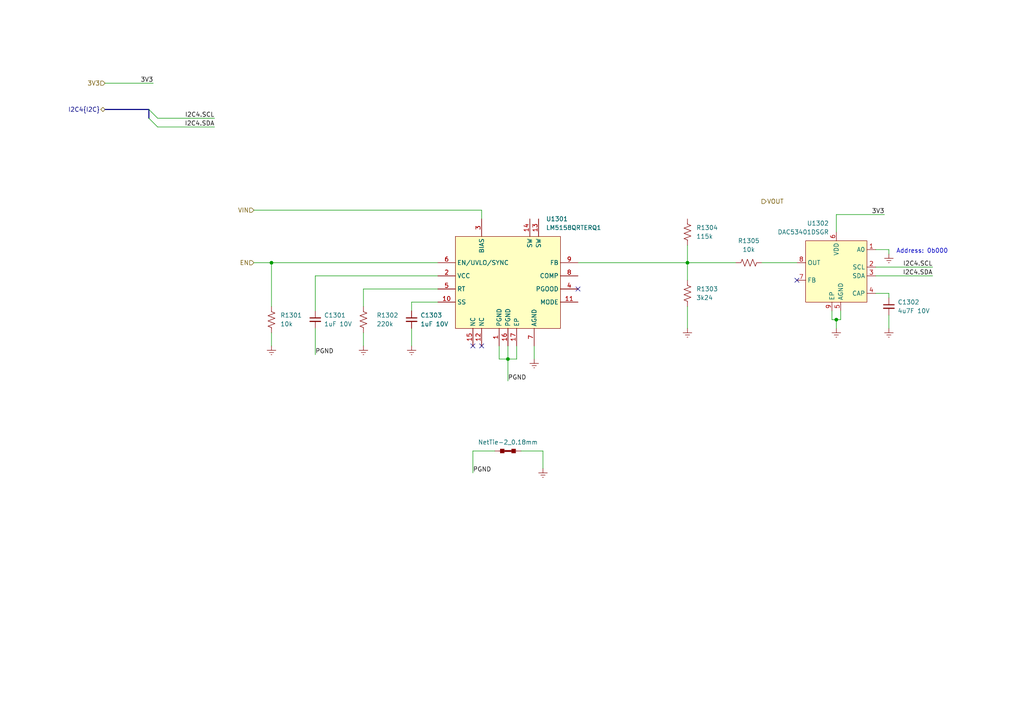
<source format=kicad_sch>
(kicad_sch (version 20250114) (generator "eeschema") (generator_version "9.0")
  (paper "A4")
  (lib_symbols
    (symbol "BR_Capacitors_0402:C_0402_1uF_10V_X7R_10%" (pin_numbers (hide yes)) (pin_names (offset 0.254) (hide yes))
      (property "Reference" "C" (at 1.016 1.778 0))
      (property "Value" "1uF 10V" (at 1.016 -1.778 0))
      (symbol "C_0402_1uF_10V_X7R_10%_0_1"
        (polyline (pts (xy -1.524 0.508) (xy 1.524 0.508)) (stroke (width 0.3048)))
        (polyline (pts (xy -1.524 -0.508) (xy 1.524 -0.508)) (stroke (width 0.3302)))
      )
      (symbol "C_0402_1uF_10V_X7R_10%_1_1"
        (pin passive line (at 0 2.54 270) (length 2.032) (name "~") (number "1"))
        (pin passive line (at 0 -2.54 90) (length 2.032) (name "~") (number "2"))
      )
    )
    (symbol "BR_Capacitors_0402:C_0402_4u7F_10V_X7T_20%" (pin_numbers (hide yes)) (pin_names (offset 0.254) (hide yes))
      (property "Reference" "C" (at 1.016 1.778 0))
      (property "Value" "4u7F 10V" (at 1.016 -1.778 0))
      (symbol "C_0402_4u7F_10V_X7T_20%_0_1"
        (polyline (pts (xy -1.524 0.508) (xy 1.524 0.508)) (stroke (width 0.3048)))
        (polyline (pts (xy -1.524 -0.508) (xy 1.524 -0.508)) (stroke (width 0.3302)))
      )
      (symbol "C_0402_4u7F_10V_X7T_20%_1_1"
        (pin passive line (at 0 2.54 270) (length 2.032) (name "~") (number "1"))
        (pin passive line (at 0 -2.54 90) (length 2.032) (name "~") (number "2"))
      )
    )
    (symbol "BR_IC:DAC53401DSGR"
      (property "Reference" "U" (at 8.636 12.192 0))
      (property "Value" "DAC53401DSGR" (at 15.24 9.906 0))
      (symbol "DAC53401DSGR_0_1"
        (rectangle (start -8.89 8.89) (end 8.89 -8.89) (fill (type background)))
      )
      (symbol "DAC53401DSGR_1_1"
        (pin input line (at -11.43 6.35 0) (length 2.54) (name "A0") (number "1"))
        (pin input line (at -11.43 1.27 0) (length 2.54) (name "SCL") (number "2"))
        (pin bidirectional line (at -11.43 -1.27 0) (length 2.54) (name "SDA") (number "3"))
        (pin input line (at -11.43 -6.35 0) (length 2.54) (name "CAP") (number "4"))
        (pin power_in line (at -1.27 -11.43 90) (length 2.54) (name "AGND") (number "5"))
        (pin power_in line (at 0 11.43 270) (length 2.54) (name "VDD") (number "6"))
        (pin power_in line (at 1.27 -11.43 90) (length 2.54) (name "EP") (number "9"))
        (pin output line (at 11.43 2.54 180) (length 2.54) (name "OUT") (number "8"))
        (pin input line (at 11.43 -2.54 180) (length 2.54) (name "FB") (number "7"))
      )
    )
    (symbol "BR_IC_Regulators:LM5158QRTERQ1"
      (property "Reference" "U" (at 12.5476 -15.748 0))
      (property "Value" "LM5158QRTERQ1" (at 12.7 -18.288 0))
      (symbol "LM5158QRTERQ1_1_0"
        (pin input line (at -20.32 6.35 0) (length 5.08) (name "EN/UVLO/SYNC") (number "6"))
        (pin power_in line (at -20.32 2.54 0) (length 5.08) (name "VCC") (number "2"))
        (pin input line (at -20.32 -1.27 0) (length 5.08) (name "RT") (number "5"))
        (pin input line (at -20.32 -5.08 0) (length 5.08) (name "SS") (number "10"))
        (pin passive line (at -10.16 -17.78 90) (length 5.08) (name "NC") (number "15"))
        (pin power_in line (at -7.62 19.05 270) (length 5.08) (name "BIAS") (number "3"))
        (pin passive line (at -7.62 -17.78 90) (length 5.08) (name "NC") (number "12"))
        (pin power_in line (at -2.54 -17.78 90) (length 5.08) (name "PGND") (number "1"))
        (pin power_in line (at 0 -17.78 90) (length 5.08) (name "PGND") (number "16"))
        (pin power_in line (at 2.54 -17.78 90) (length 5.08) (name "EP") (number "17"))
        (pin output line (at 6.35 19.05 270) (length 5.08) (name "SW") (number "14"))
        (pin power_in line (at 7.62 -17.78 90) (length 5.08) (name "AGND") (number "7"))
        (pin output line (at 8.89 19.05 270) (length 5.08) (name "SW") (number "13"))
        (pin input line (at 20.32 6.35 180) (length 5.08) (name "FB") (number "9"))
        (pin output line (at 20.32 2.54 180) (length 5.08) (name "COMP") (number "8"))
        (pin output line (at 20.32 -1.27 180) (length 5.08) (name "PGOOD") (number "4"))
        (pin input line (at 20.32 -5.08 180) (length 5.08) (name "MODE") (number "11"))
      )
      (symbol "LM5158QRTERQ1_1_1"
        (rectangle (start -15.24 13.97) (end 15.24 -12.7) (fill (type background)))
      )
    )
    (symbol "BR_Resistors_0402:R_0402_10k" (pin_numbers (hide yes)) (pin_names (offset 0) (hide yes))
      (property "Reference" "R" (at 1.524 1.27 0))
      (property "Value" "10k" (at 1.524 -1.27 0))
      (symbol "R_0402_10k_0_1"
        (polyline (pts (xy 0 2.286) (xy 0 2.54)))
        (polyline (pts (xy 0 2.286) (xy 1.016 1.905) (xy 0 1.524) (xy -1.016 1.143) (xy 0 0.762)))
        (polyline (pts (xy 0 0.762) (xy 1.016 0.381) (xy 0 0) (xy -1.016 -0.381) (xy 0 -0.762)))
        (polyline (pts (xy 0 -0.762) (xy 1.016 -1.143) (xy 0 -1.524) (xy -1.016 -1.905) (xy 0 -2.286)))
        (polyline (pts (xy 0 -2.286) (xy 0 -2.54)))
      )
      (symbol "R_0402_10k_1_1"
        (pin passive line (at 0 3.81 270) (length 1.27) (name "~") (number "1"))
        (pin passive line (at 0 -3.81 90) (length 1.27) (name "~") (number "2"))
      )
    )
    (symbol "BR_Resistors_0402:R_0402_115k" (pin_numbers (hide yes)) (pin_names (offset 0) (hide yes))
      (property "Reference" "R" (at 1.524 1.27 0))
      (property "Value" "115k" (at 1.524 -1.27 0))
      (symbol "R_0402_115k_0_1"
        (polyline (pts (xy 0 2.286) (xy 0 2.54)))
        (polyline (pts (xy 0 2.286) (xy 1.016 1.905) (xy 0 1.524) (xy -1.016 1.143) (xy 0 0.762)))
        (polyline (pts (xy 0 0.762) (xy 1.016 0.381) (xy 0 0) (xy -1.016 -0.381) (xy 0 -0.762)))
        (polyline (pts (xy 0 -0.762) (xy 1.016 -1.143) (xy 0 -1.524) (xy -1.016 -1.905) (xy 0 -2.286)))
        (polyline (pts (xy 0 -2.286) (xy 0 -2.54)))
      )
      (symbol "R_0402_115k_1_1"
        (pin passive line (at 0 3.81 270) (length 1.27) (name "~") (number "1"))
        (pin passive line (at 0 -3.81 90) (length 1.27) (name "~") (number "2"))
      )
    )
    (symbol "BR_Resistors_0402:R_0402_220k" (pin_numbers (hide yes)) (pin_names (offset 0) (hide yes))
      (property "Reference" "R" (at 1.524 1.27 0))
      (property "Value" "220k" (at 1.524 -1.27 0))
      (symbol "R_0402_220k_0_1"
        (polyline (pts (xy 0 2.286) (xy 0 2.54)))
        (polyline (pts (xy 0 2.286) (xy 1.016 1.905) (xy 0 1.524) (xy -1.016 1.143) (xy 0 0.762)))
        (polyline (pts (xy 0 0.762) (xy 1.016 0.381) (xy 0 0) (xy -1.016 -0.381) (xy 0 -0.762)))
        (polyline (pts (xy 0 -0.762) (xy 1.016 -1.143) (xy 0 -1.524) (xy -1.016 -1.905) (xy 0 -2.286)))
        (polyline (pts (xy 0 -2.286) (xy 0 -2.54)))
      )
      (symbol "R_0402_220k_1_1"
        (pin passive line (at 0 3.81 270) (length 1.27) (name "~") (number "1"))
        (pin passive line (at 0 -3.81 90) (length 1.27) (name "~") (number "2"))
      )
    )
    (symbol "BR_Resistors_0402:R_0402_3k24" (pin_numbers (hide yes)) (pin_names (offset 0) (hide yes))
      (property "Reference" "R" (at 1.524 1.27 0))
      (property "Value" "3k24" (at 1.524 -1.27 0))
      (symbol "R_0402_3k24_0_1"
        (polyline (pts (xy 0 2.286) (xy 0 2.54)))
        (polyline (pts (xy 0 2.286) (xy 1.016 1.905) (xy 0 1.524) (xy -1.016 1.143) (xy 0 0.762)))
        (polyline (pts (xy 0 0.762) (xy 1.016 0.381) (xy 0 0) (xy -1.016 -0.381) (xy 0 -0.762)))
        (polyline (pts (xy 0 -0.762) (xy 1.016 -1.143) (xy 0 -1.524) (xy -1.016 -1.905) (xy 0 -2.286)))
        (polyline (pts (xy 0 -2.286) (xy 0 -2.54)))
      )
      (symbol "R_0402_3k24_1_1"
        (pin passive line (at 0 3.81 270) (length 1.27) (name "~") (number "1"))
        (pin passive line (at 0 -3.81 90) (length 1.27) (name "~") (number "2"))
      )
    )
    (symbol "BR_Virtual_Parts:GND" (power) (pin_numbers (hide yes)) (pin_names (offset 0) (hide yes))
      (property "Value" "GND" (at 0 -3.556 0))
      (symbol "GND_0_1"
        (polyline (pts (xy -0.635 -1.905) (xy 0.635 -1.905)))
        (polyline (pts (xy -0.127 -2.54) (xy 0.127 -2.54)))
        (polyline (pts (xy 0 -1.27) (xy 0 0)))
        (polyline (pts (xy 1.27 -1.27) (xy -1.27 -1.27)))
      )
      (symbol "GND_1_1"
        (pin power_in line (at 0 0 270) (length 0) (hide yes) (name "GNDREF") (number "1"))
      )
    )
    (symbol "BR_Virtual_Parts:NetTie-2_0.18mm_long" (pin_numbers (hide yes)) (pin_names (offset 0)) (in_bom no)
      (property "Value" "NetTie-2_0.18mm" (at 2.54 0 90))
      (symbol "NetTie-2_0.18mm_long_0_1"
        (polyline (pts (xy 0 2.286) (xy 0 2.54)))
        (polyline (pts (xy 0 -2.286) (xy 0 -2.54)))
      )
      (symbol "NetTie-2_0.18mm_long_1_1"
        (rectangle (start -0.635 2.286) (end 0.635 1.016) (stroke (width -0.0001)) (fill (type outline)))
        (rectangle (start -0.635 -1.016) (end 0.635 -2.286) (stroke (width -0.0001)) (fill (type outline)))
        (rectangle (start -0.254 1.016) (end 0.254 -1.016) (stroke (width -0.0001)) (fill (type outline)))
        (pin passive line (at 0 3.81 270) (length 1.27) (name "~") (number "1"))
        (pin passive line (at 0 -3.81 90) (length 1.27) (name "~") (number "2"))
      )
    )
  )
  (text "Address: 0b000" (at 267.462 72.898 0) (effects (font (size 1.27 1.27))))
  (junction (at 147.32 104.14))
  (junction (at 78.74 76.2))
  (junction (at 242.57 92.71))
  (junction (at 199.39 76.2))
  (no_connect (at 231.14 81.28))
  (no_connect (at 137.16 100.33))
  (no_connect (at 139.7 100.33))
  (no_connect (at 167.64 83.82))
  (bus_entry (at 43.18 31.75) (size 2.54 2.54))
  (bus_entry (at 43.18 34.29) (size 2.54 2.54))
  (wire (pts (xy 144.78 104.14) (xy 147.32 104.14)))
  (wire (pts (xy 149.86 100.33) (xy 149.86 104.14)))
  (wire (pts (xy 73.66 76.2) (xy 78.74 76.2)))
  (wire (pts (xy 143.51 130.81) (xy 137.16 130.81)))
  (wire (pts (xy 78.74 76.2) (xy 127 76.2)))
  (wire (pts (xy 119.38 90.17) (xy 119.38 87.63)))
  (wire (pts (xy 147.32 104.14) (xy 147.32 110.49)))
  (wire (pts (xy 144.78 100.33) (xy 144.78 104.14)))
  (wire (pts (xy 220.98 76.2) (xy 231.14 76.2)))
  (wire (pts (xy 78.74 96.52) (xy 78.74 100.33)))
  (wire (pts (xy 199.39 76.2) (xy 199.39 81.28)))
  (wire (pts (xy 254 85.09) (xy 257.81 85.09)))
  (wire (pts (xy 243.84 90.17) (xy 243.84 92.71)))
  (bus (pts (xy 30.48 31.75) (xy 43.18 31.75)))
  (wire (pts (xy 30.48 24.13) (xy 44.45 24.13)))
  (wire (pts (xy 105.41 88.9) (xy 105.41 83.82)))
  (wire (pts (xy 78.74 88.9) (xy 78.74 76.2)))
  (wire (pts (xy 139.7 60.96) (xy 139.7 63.5)))
  (wire (pts (xy 119.38 100.33) (xy 119.38 95.25)))
  (wire (pts (xy 91.44 80.01) (xy 91.44 90.17)))
  (wire (pts (xy 199.39 71.12) (xy 199.39 76.2)))
  (wire (pts (xy 105.41 83.82) (xy 127 83.82)))
  (wire (pts (xy 199.39 88.9) (xy 199.39 95.25)))
  (wire (pts (xy 45.72 36.83) (xy 62.23 36.83)))
  (wire (pts (xy 147.32 100.33) (xy 147.32 104.14)))
  (wire (pts (xy 257.81 72.39) (xy 254 72.39)))
  (wire (pts (xy 157.48 130.81) (xy 157.48 135.89)))
  (wire (pts (xy 137.16 130.81) (xy 137.16 137.16)))
  (wire (pts (xy 242.57 92.71) (xy 243.84 92.71)))
  (wire (pts (xy 254 77.47) (xy 270.51 77.47)))
  (wire (pts (xy 119.38 87.63) (xy 127 87.63)))
  (wire (pts (xy 154.94 100.33) (xy 154.94 104.14)))
  (wire (pts (xy 199.39 76.2) (xy 213.36 76.2)))
  (wire (pts (xy 167.64 76.2) (xy 199.39 76.2)))
  (wire (pts (xy 105.41 96.52) (xy 105.41 100.33)))
  (wire (pts (xy 241.3 92.71) (xy 242.57 92.71)))
  (wire (pts (xy 257.81 73.66) (xy 257.81 72.39)))
  (wire (pts (xy 127 80.01) (xy 91.44 80.01)))
  (wire (pts (xy 151.13 130.81) (xy 157.48 130.81)))
  (wire (pts (xy 91.44 95.25) (xy 91.44 102.87)))
  (wire (pts (xy 242.57 62.23) (xy 256.54 62.23)))
  (wire (pts (xy 257.81 85.09) (xy 257.81 86.36)))
  (wire (pts (xy 257.81 91.44) (xy 257.81 95.25)))
  (wire (pts (xy 242.57 67.31) (xy 242.57 62.23)))
  (wire (pts (xy 73.66 60.96) (xy 139.7 60.96)))
  (wire (pts (xy 254 80.01) (xy 270.51 80.01)))
  (wire (pts (xy 241.3 90.17) (xy 241.3 92.71)))
  (wire (pts (xy 147.32 104.14) (xy 149.86 104.14)))
  (wire (pts (xy 45.72 34.29) (xy 62.23 34.29)))
  (wire (pts (xy 242.57 92.71) (xy 242.57 95.25)))
  (bus (pts (xy 43.18 31.75) (xy 43.18 34.29)))
  (label "I2C4.SDA" (at 270.51 80.01 180))
  (label "PGND" (at 147.32 110.49 0))
  (label "I2C4.SCL" (at 62.23 34.29 180))
  (label "PGND" (at 137.16 137.16 0))
  (label "I2C4.SDA" (at 62.23 36.83 180))
  (label "PGND" (at 91.44 102.87 0))
  (label "3V3" (at 256.54 62.23 180))
  (label "3V3" (at 44.45 24.13 180))
  (label "I2C4.SCL" (at 270.51 77.47 180))
  (hierarchical_label "VIN" (shape input) (at 73.66 60.96 180))
  (hierarchical_label "EN" (shape input) (at 73.66 76.2 180))
  (hierarchical_label "I2C4{I2C}" (shape bidirectional) (at 30.48 31.75 180))
  (hierarchical_label "3V3" (shape input) (at 30.48 24.13 180))
  (hierarchical_label "VOUT" (shape output) (at 220.98 58.42 0))
  (symbol (lib_id "BR_Resistors_0402:R_0402_10k") (at 78.74 92.71 0) (unit 1)
    (property "Reference" "R1301" (at 81.28 91.4399 0) (effects (justify left)))
    (property "Value" "10k" (at 81.28 93.9799 0) (effects (justify left)))
    (property "Footprint" "BR_Passives:C_0402_1005Metric-minimized" (effects (hide yes)))
    (property "Datasheet" "https://www.yageo.com/upload/media/product/productsearch/datasheet/rchip/PYu-AC_51_RoHS_L_10.pdf" (effects (hide yes)))
    (property "Description" "10k 1% 100ppm 62.5mW Thick Film Resistor 0402" (effects (hide yes)))
    (property "Manufacturer" "YAGEO" (effects (hide yes)))
    (property "Manufacturer Part Num" "AC0402FR-0710KL" (effects (hide yes)))
    (property "BRE Number" "BRE-000292" (effects (hide yes)))
    (property "Supplier 1" "DigiKey" (effects (hide yes)))
    (property "Supplier Part Num 1" "YAG3436CT-ND" (effects (hide yes)))
    (property "Supplier 2" "DigiKey" (effects (hide yes)))
    (property "Supplier Part Num 2" "YAG3436TR-ND" (effects (hide yes)))
    (property "Supplier 3" "JLCPCB" (effects (hide yes)))
    (property "Supplier Part Num 3" "C144807" (effects (hide yes)))
    (property "JLCPCB Part Num" "C144807" (effects (hide yes)))
  )
  (symbol (lib_id "BR_Virtual_Parts:GND") (at 78.74 100.33 0) (unit 1)
    (property "Reference" "#PWR01303" (effects (hide yes)))
    (property "Value" "GND" (effects (hide yes)))
  )
  (symbol (lib_id "BR_Resistors_0402:R_0402_220k") (at 105.41 92.71 0) (unit 1)
    (property "Reference" "R1302" (at 109.22 91.4399 0) (effects (justify left)))
    (property "Value" "220k" (at 109.22 93.9799 0) (effects (justify left)))
    (property "Footprint" "BR_Passives:C_0402_1005Metric-minimized" (effects (hide yes)))
    (property "Datasheet" "https://www.yageo.com/upload/media/product/products/datasheet/rchip/PYu-RC_Group_51_RoHS_L_12.pdf" (effects (hide yes)))
    (property "Description" "220k 1% 100ppm 62.5mW Thick Film Resistor 0402" (effects (hide yes)))
    (property "Manufacturer" "YAGEO" (effects (hide yes)))
    (property "Manufacturer Part Num" "RC0402FR-07220KL" (effects (hide yes)))
    (property "BRE Number" "BRE-001265" (effects (hide yes)))
    (property "Supplier 1" "DigiKey" (effects (hide yes)))
    (property "Supplier Part Num 1" "311-220KLRCT-ND" (effects (hide yes)))
    (property "Supplier 2" "DigiKey" (effects (hide yes)))
    (property "Supplier Part Num 2" "311-220KLRCT-ND" (effects (hide yes)))
    (property "Supplier 3" "JLCPCB" (effects (hide yes)))
    (property "Supplier Part Num 3" "C138030" (effects (hide yes)))
    (property "JLCPCB Part Num" "C138030" (effects (hide yes)))
  )
  (symbol (lib_id "BR_Virtual_Parts:GND") (at 242.57 95.25 0) (unit 1)
    (property "Reference" "#PWR01305" (effects (hide yes)))
    (property "Value" "GND" (effects (hide yes)))
  )
  (symbol (lib_id "BR_Capacitors_0402:C_0402_4u7F_10V_X7T_20%") (at 257.81 88.9 0) (unit 1)
    (property "Reference" "C1302" (at 260.35 87.6362 0) (effects (justify left)))
    (property "Value" "4u7F 10V" (at 260.35 90.1762 0) (effects (justify left)))
    (property "Footprint" "BR_Passives:C_0402_1005Metric-minimized" (effects (hide yes)))
    (property "Datasheet" "https://search.murata.co.jp/Ceramy/image/img/A01X/G101/ENG/GRM155D71A475ME15-01A.pdf" (effects (hide yes)))
    (property "Description" "4.7uF 10V X7T 20% Ceramic Capacitor 0402" (effects (hide yes)))
    (property "Manufacturer" "Murata Electronics" (effects (hide yes)))
    (property "Manufacturer Part Num" "GRM155D71A475ME15J" (effects (hide yes)))
    (property "BRE Number" "BRE-000033" (effects (hide yes)))
    (property "Supplier 1" "DigiKey" (effects (hide yes)))
    (property "Supplier Part Num 1" "490-GRM155D71A475ME15JTR-ND" (effects (hide yes)))
    (property "Supplier 2" "Mouser" (effects (hide yes)))
    (property "Supplier Part Num 2" "81-GRM155D71A475ME5J" (effects (hide yes)))
    (property "Supplier 3" "JLCPCB" (effects (hide yes)))
    (property "Supplier Part Num 3" "C20044523" (effects (hide yes)))
    (property "JLCPCB Part Num" "C20044523" (effects (hide yes)))
  )
  (symbol (lib_id "BR_Virtual_Parts:GND") (at 157.48 135.89 0) (unit 1)
    (property "Reference" "#PWR01301" (effects (hide yes)))
    (property "Value" "GND" (effects (hide yes)))
  )
  (symbol (lib_id "BR_Virtual_Parts:GND") (at 154.94 104.14 0) (unit 1)
    (property "Reference" "#PWR01302" (effects (hide yes)))
    (property "Value" "GND" (effects (hide yes)))
  )
  (symbol (lib_id "BR_IC_Regulators:LM5158QRTERQ1") (at 147.32 82.55 0) (unit 1)
    (property "Reference" "U1301" (at 158.3533 63.5 0) (effects (justify left)))
    (property "Value" "LM5158QRTERQ1" (at 158.3533 66.04 0) (effects (justify left)))
    (property "Footprint" "BR_IC:WQFN-16-1EP_3x3mm_P0.5mm_EP1.68x1.68mm" (effects (hide yes)))
    (property "Datasheet" "https://www.ti.com/lit/ds/symlink/lm5158-q1.pdf?HQS=dis-dk-null-digikeymode-dsf-pf-null-wwe&ts=1751665191243" (effects (hide yes)))
    (property "Description" "Boost Converter, 1.5V - 60V Input, 3A, 1.5V - 83V Output, 100kHz - 2.2MHz, WQFN-16 (3x3)" (effects (hide yes)))
    (property "Manufacturer" "Texas Instruments" (effects (hide yes)))
    (property "Manufacturer Part Num" "LM5158QRTERQ1" (effects (hide yes)))
    (property "BRE Number" "BRE-001240" (effects (hide yes)))
    (property "Supplier 1" "DigiKey" (effects (hide yes)))
    (property "Supplier Part Num 1" "296-LM5158QRTERQ1CT-ND" (effects (hide yes)))
    (property "Supplier 2" "Mouser" (effects (hide yes)))
    (property "Supplier Part Num 2" "595-LM5158QRTERQ1" (effects (hide yes)))
    (property "Supplier 3" "JLCPCB" (effects (hide yes)))
    (property "Supplier Part Num 3" "C3188431" (effects (hide yes)))
    (property "JLCPCB Part Num" "C3188431" (effects (hide yes)))
  )
  (symbol (lib_id "BR_Resistors_0402:R_0402_115k") (at 199.39 67.31 0) (unit 1)
    (property "Reference" "R1304" (at 201.93 66.0399 0) (effects (justify left)))
    (property "Value" "115k" (at 201.93 68.5799 0) (effects (justify left)))
    (property "Footprint" "BR_Passives:C_0402_1005Metric-minimized" (effects (hide yes)))
    (property "Datasheet" "https://www.yageo.com/upload/media/product/products/datasheet/rchip/PYu-RC_Group_51_RoHS_L_12.pdf" (effects (hide yes)))
    (property "Description" "115k 1% 100ppm 62.5mW Thick Film Resistor 0402" (effects (hide yes)))
    (property "Manufacturer" "YAGEO" (effects (hide yes)))
    (property "Manufacturer Part Num" "RC0402FR-07115KL" (effects (hide yes)))
    (property "BRE Number" "BRE-001267" (effects (hide yes)))
    (property "Supplier 1" "DigiKey" (effects (hide yes)))
    (property "Supplier Part Num 1" "YAG2956CT-ND" (effects (hide yes)))
    (property "Supplier 2" "DigiKey" (effects (hide yes)))
    (property "Supplier Part Num 2" "YAG2956CT-ND" (effects (hide yes)))
    (property "Supplier 3" "JLCPCB" (effects (hide yes)))
    (property "Supplier Part Num 3" "C273341" (effects (hide yes)))
    (property "JLCPCB Part Num" "C273341" (effects (hide yes)))
  )
  (symbol (lib_id "BR_Resistors_0402:R_0402_10k") (at 217.17 76.2 90) (unit 1)
    (property "Reference" "R1305" (at 217.17 69.85 90))
    (property "Value" "10k" (at 217.17 72.39 90))
    (property "Footprint" "BR_Passives:C_0402_1005Metric-minimized" (effects (hide yes)))
    (property "Datasheet" "https://www.yageo.com/upload/media/product/productsearch/datasheet/rchip/PYu-AC_51_RoHS_L_10.pdf" (effects (hide yes)))
    (property "Description" "10k 1% 100ppm 62.5mW Thick Film Resistor 0402" (effects (hide yes)))
    (property "Manufacturer" "YAGEO" (effects (hide yes)))
    (property "Manufacturer Part Num" "AC0402FR-0710KL" (effects (hide yes)))
    (property "BRE Number" "BRE-000292" (effects (hide yes)))
    (property "Supplier 1" "DigiKey" (effects (hide yes)))
    (property "Supplier Part Num 1" "YAG3436CT-ND" (effects (hide yes)))
    (property "Supplier 2" "DigiKey" (effects (hide yes)))
    (property "Supplier Part Num 2" "YAG3436TR-ND" (effects (hide yes)))
    (property "Supplier 3" "JLCPCB" (effects (hide yes)))
    (property "Supplier Part Num 3" "C144807" (effects (hide yes)))
    (property "JLCPCB Part Num" "C144807" (effects (hide yes)))
  )
  (symbol (lib_id "BR_IC:DAC53401DSGR") (at 242.57 78.74 0) (mirror y) (unit 1)
    (property "Reference" "U1302" (at 240.4267 64.77 0) (effects (justify left)))
    (property "Value" "DAC53401DSGR" (at 240.4267 67.31 0) (effects (justify left)))
    (property "Footprint" "BR_SON:WSON-8-1EP_2x2mm_P0.5mm_EP0.9x1.6mm" (effects (hide yes)))
    (property "Datasheet" "https://www.ti.com/lit/ds/symlink/dac53401.pdf?HQS=dis-dk-null-digikeymode-dsf-pf-null-wwe&ts=1751654153747&ref_url=https%253A%252F%252Fmatomo.sctykj.boats%252F" (effects (hide yes)))
    (property "Description" "10 Bit Digital to Analog Converter, I2C Interface, 8-WSON (2x2)" (effects (hide yes)))
    (property "Manufacturer" "Texas Instruments" (effects (hide yes)))
    (property "Manufacturer Part Num" "DAC53401DSGR" (effects (hide yes)))
    (property "BRE Number" "BRE-001241" (effects (hide yes)))
    (property "LCSC Part" "C1855756" (effects (hide yes)))
    (property "JLCPCB Part Num" "C1855756" (effects (hide yes)))
  )
  (symbol (lib_id "BR_Virtual_Parts:GND") (at 257.81 95.25 0) (unit 1)
    (property "Reference" "#PWR01306" (effects (hide yes)))
    (property "Value" "GND" (effects (hide yes)))
  )
  (symbol (lib_id "BR_Capacitors_0402:C_0402_1uF_10V_X7R_10%") (at 91.44 92.71 0) (unit 1)
    (property "Reference" "C1301" (at 93.98 91.4462 0) (effects (justify left)))
    (property "Value" "1uF 10V" (at 93.98 93.9862 0) (effects (justify left)))
    (property "Footprint" "BR_Passives:C_0402_1005Metric-minimized" (effects (hide yes)))
    (property "Datasheet" "https://search.murata.co.jp/Ceramy/image/img/A01X/G101/ENG/GRM155Z71A105KE01-01.pdf" (effects (hide yes)))
    (property "Description" "1uF 10V X7R 10% Ceramic Capacitor 0402" (effects (hide yes)))
    (property "Manufacturer" "Murata Electronics" (effects (hide yes)))
    (property "Manufacturer Part Num" "GRM155Z71A105KE01D" (effects (hide yes)))
    (property "BRE Number" "BRE-000019" (effects (hide yes)))
    (property "Supplier 1" "DigiKey" (effects (hide yes)))
    (property "Supplier Part Num 1" "490-GRM155Z71A105KE01DDKR-ND" (effects (hide yes)))
    (property "Supplier 2" "Mouser" (effects (hide yes)))
    (property "Supplier Part Num 2" "81-GRM155Z71A105KE1D" (effects (hide yes)))
    (property "Supplier 3" "JLCPCB" (effects (hide yes)))
    (property "Supplier Part Num 3" "C528974" (effects (hide yes)))
    (property "JLCPCB Part Num" "C528974" (effects (hide yes)))
  )
  (symbol (lib_id "BR_Virtual_Parts:GND") (at 105.41 100.33 0) (unit 1)
    (property "Reference" "#PWR01304" (effects (hide yes)))
    (property "Value" "GND" (effects (hide yes)))
  )
  (symbol (lib_id "BR_Virtual_Parts:NetTie-2_0.18mm_long") (at 147.32 130.81 90) (unit 1) (in_bom no)
    (property "Reference" "NT1301" (effects (hide yes)))
    (property "Value" "NetTie-2_0.18mm" (at 147.32 128.27 90))
    (property "Footprint" "BR_Virtual_Parts:NetTie-2_SMD_Pad_0.18mm_wide_long" (effects (hide yes)))
    (property "Description" "Net Tie" (effects (hide yes)))
  )
  (symbol (lib_id "BR_Virtual_Parts:GND") (at 257.81 73.66 0) (unit 1)
    (property "Reference" "#PWR01307" (effects (hide yes)))
    (property "Value" "GND" (effects (hide yes)))
  )
  (symbol (lib_id "BR_Capacitors_0402:C_0402_1uF_10V_X7R_10%") (at 119.38 92.71 0) (unit 1)
    (property "Reference" "C1303" (at 121.92 91.4462 0) (effects (justify left)))
    (property "Value" "1uF 10V" (at 121.92 93.9862 0) (effects (justify left)))
    (property "Footprint" "BR_Passives:C_0402_1005Metric-minimized" (effects (hide yes)))
    (property "Datasheet" "https://search.murata.co.jp/Ceramy/image/img/A01X/G101/ENG/GRM155Z71A105KE01-01.pdf" (effects (hide yes)))
    (property "Description" "1uF 10V X7R 10% Ceramic Capacitor 0402" (effects (hide yes)))
    (property "Manufacturer" "Murata Electronics" (effects (hide yes)))
    (property "Manufacturer Part Num" "GRM155Z71A105KE01D" (effects (hide yes)))
    (property "BRE Number" "BRE-000019" (effects (hide yes)))
    (property "Supplier 1" "DigiKey" (effects (hide yes)))
    (property "Supplier Part Num 1" "490-GRM155Z71A105KE01DDKR-ND" (effects (hide yes)))
    (property "Supplier 2" "Mouser" (effects (hide yes)))
    (property "Supplier Part Num 2" "81-GRM155Z71A105KE1D" (effects (hide yes)))
    (property "Supplier 3" "JLCPCB" (effects (hide yes)))
    (property "Supplier Part Num 3" "C528974" (effects (hide yes)))
    (property "JLCPCB Part Num" "C528974" (effects (hide yes)))
  )
  (symbol (lib_id "BR_Virtual_Parts:GND") (at 119.38 100.33 0) (unit 1)
    (property "Reference" "#PWR01309" (effects (hide yes)))
    (property "Value" "GND" (effects (hide yes)))
  )
  (symbol (lib_id "BR_Virtual_Parts:GND") (at 199.39 95.25 0) (unit 1)
    (property "Reference" "#PWR01308" (effects (hide yes)))
    (property "Value" "GND" (effects (hide yes)))
  )
  (symbol (lib_id "BR_Resistors_0402:R_0402_3k24") (at 199.39 85.09 0) (unit 1)
    (property "Reference" "R1303" (at 201.93 83.8199 0) (effects (justify left)))
    (property "Value" "3k24" (at 201.93 86.3599 0) (effects (justify left)))
    (property "Footprint" "BR_Passives:C_0402_1005Metric-minimized" (effects (hide yes)))
    (property "Datasheet" "https://www.yageo.com/upload/media/product/products/datasheet/rchip/PYu-RC_Group_51_RoHS_L_12.pdf" (effects (hide yes)))
    (property "Description" "3.24k 1% 100ppm 62.5mW Thick Film Resistor 0402" (effects (hide yes)))
    (property "Manufacturer" "YAGEO" (effects (hide yes)))
    (property "Manufacturer Part Num" "RC0402FR-073K24L" (effects (hide yes)))
    (property "BRE Number" "BRE-001266" (effects (hide yes)))
    (property "Supplier 1" "DigiKey" (effects (hide yes)))
    (property "Supplier Part Num 1" "YAG3147CT-ND" (effects (hide yes)))
    (property "Supplier 2" "DigiKey" (effects (hide yes)))
    (property "Supplier Part Num 2" "YAG3147CT-ND" (effects (hide yes)))
    (property "Supplier 3" "JLCPCB" (effects (hide yes)))
    (property "Supplier Part Num 3" "C327346" (effects (hide yes)))
    (property "JLCPCB Part Num" "C327346" (effects (hide yes)))
  )
)
</source>
